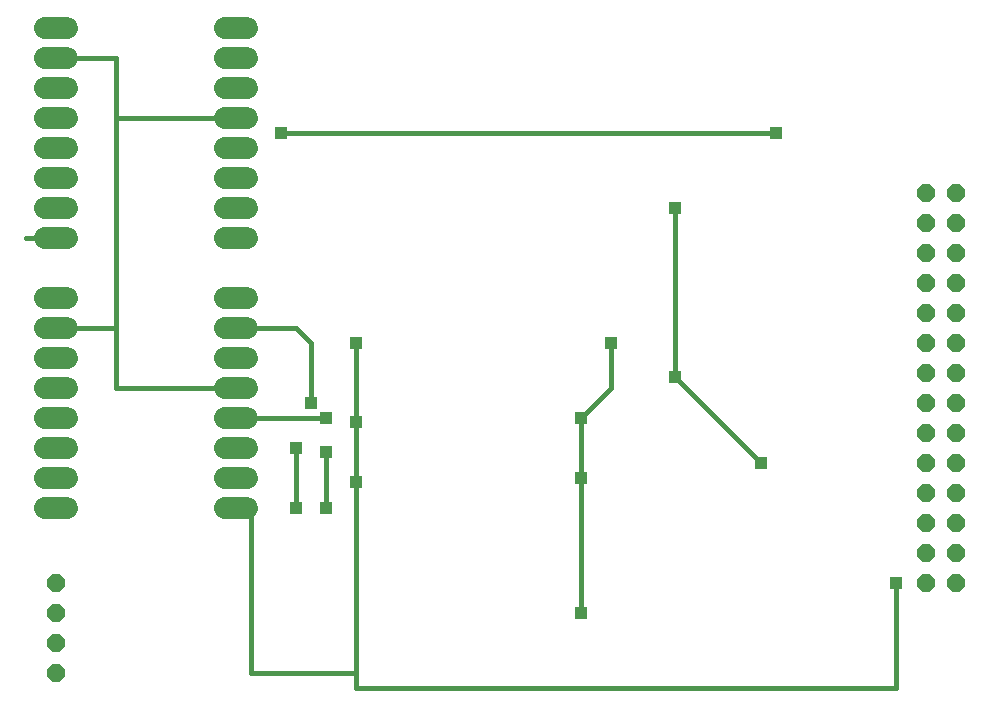
<source format=gbl>
G75*
G70*
%OFA0B0*%
%FSLAX24Y24*%
%IPPOS*%
%LPD*%
%AMOC8*
5,1,8,0,0,1.08239X$1,22.5*
%
%ADD10OC8,0.0594*%
%ADD11C,0.0740*%
%ADD12C,0.0160*%
%ADD13R,0.0396X0.0396*%
D10*
X002100Y001600D03*
X002100Y002600D03*
X002100Y003600D03*
X002100Y004600D03*
X031100Y004600D03*
X032100Y004600D03*
X032100Y005600D03*
X031100Y005600D03*
X031100Y006600D03*
X032100Y006600D03*
X032100Y007600D03*
X031100Y007600D03*
X031100Y008600D03*
X032100Y008600D03*
X032100Y009600D03*
X031100Y009600D03*
X031100Y010600D03*
X032100Y010600D03*
X032100Y011600D03*
X031100Y011600D03*
X031100Y012600D03*
X032100Y012600D03*
X032100Y013600D03*
X031100Y013600D03*
X031100Y014600D03*
X032100Y014600D03*
X032100Y015600D03*
X031100Y015600D03*
X031100Y016600D03*
X032100Y016600D03*
X032100Y017600D03*
X031100Y017600D03*
D11*
X008470Y017100D02*
X007730Y017100D01*
X007730Y016100D02*
X008470Y016100D01*
X008470Y014100D02*
X007730Y014100D01*
X007730Y013100D02*
X008470Y013100D01*
X008470Y012100D02*
X007730Y012100D01*
X007730Y011100D02*
X008470Y011100D01*
X008470Y010100D02*
X007730Y010100D01*
X007730Y009100D02*
X008470Y009100D01*
X008470Y008100D02*
X007730Y008100D01*
X007730Y007100D02*
X008470Y007100D01*
X002470Y007100D02*
X001730Y007100D01*
X001730Y008100D02*
X002470Y008100D01*
X002470Y009100D02*
X001730Y009100D01*
X001730Y010100D02*
X002470Y010100D01*
X002470Y011100D02*
X001730Y011100D01*
X001730Y012100D02*
X002470Y012100D01*
X002470Y013100D02*
X001730Y013100D01*
X001730Y014100D02*
X002470Y014100D01*
X002470Y016100D02*
X001730Y016100D01*
X001730Y017100D02*
X002470Y017100D01*
X002470Y018100D02*
X001730Y018100D01*
X001730Y019100D02*
X002470Y019100D01*
X002470Y020100D02*
X001730Y020100D01*
X001730Y021100D02*
X002470Y021100D01*
X002470Y022100D02*
X001730Y022100D01*
X001730Y023100D02*
X002470Y023100D01*
X007730Y023100D02*
X008470Y023100D01*
X008470Y022100D02*
X007730Y022100D01*
X007730Y021100D02*
X008470Y021100D01*
X008470Y020100D02*
X007730Y020100D01*
X007730Y019100D02*
X008470Y019100D01*
X008470Y018100D02*
X007730Y018100D01*
D12*
X009600Y019600D02*
X026100Y019600D01*
X022725Y017100D02*
X022725Y011475D01*
X025600Y008600D01*
X020600Y011100D02*
X019600Y010100D01*
X019600Y008100D01*
X019600Y003600D01*
X012100Y001600D02*
X012100Y001100D01*
X030100Y001100D01*
X030100Y004600D01*
X020600Y011100D02*
X020600Y012600D01*
X012100Y012600D02*
X012100Y009975D01*
X012100Y007975D01*
X012100Y001600D01*
X008600Y001600D01*
X008600Y007100D01*
X008100Y007100D01*
X010100Y007100D02*
X010100Y009100D01*
X011100Y008975D02*
X011100Y007100D01*
X011100Y010100D02*
X010600Y010100D01*
X008100Y010100D01*
X008100Y011100D02*
X004100Y011100D01*
X004100Y013100D01*
X004100Y020100D01*
X008100Y020100D01*
X004100Y020100D02*
X004100Y022100D01*
X002100Y022100D01*
X002100Y016100D02*
X001100Y016100D01*
X002100Y013100D02*
X004100Y013100D01*
X002100Y012100D02*
X001600Y012100D01*
X008100Y013100D02*
X010100Y013100D01*
X010600Y012600D01*
X010600Y010600D01*
D13*
X010600Y010600D03*
X011100Y010100D03*
X012100Y009975D03*
X011100Y008975D03*
X010100Y009100D03*
X012100Y007975D03*
X011100Y007100D03*
X010100Y007100D03*
X012100Y012600D03*
X019600Y010100D03*
X019600Y008100D03*
X022725Y011475D03*
X020600Y012600D03*
X025600Y008600D03*
X030100Y004600D03*
X019600Y003600D03*
X022725Y017100D03*
X026100Y019600D03*
X009600Y019600D03*
M02*

</source>
